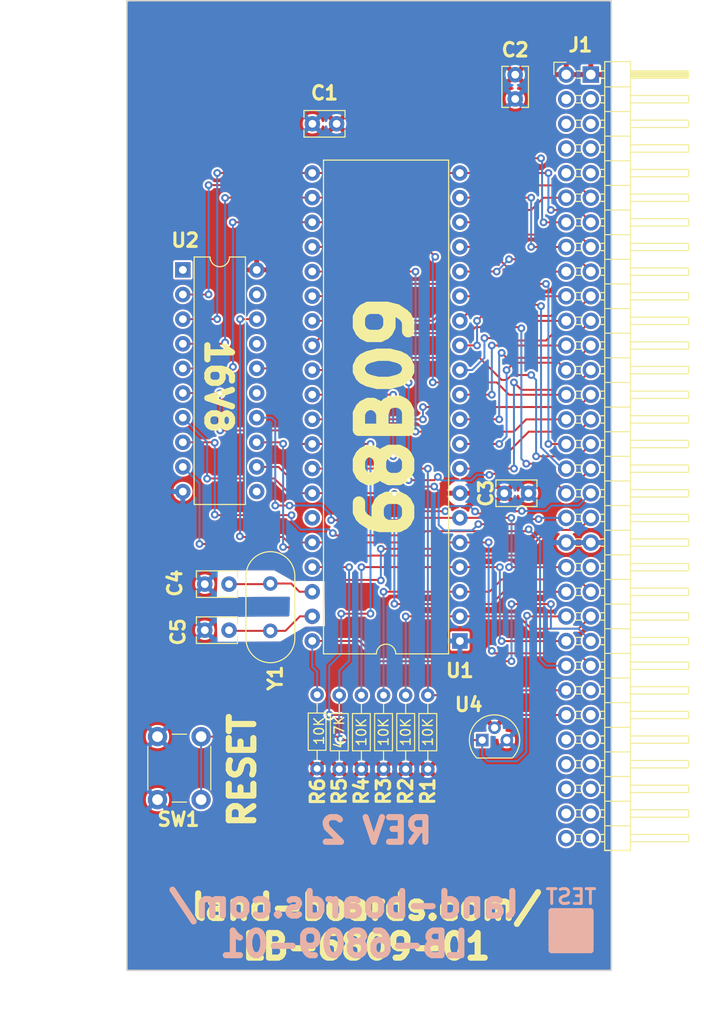
<source format=kicad_pcb>
(kicad_pcb (version 20240108) (generator "pcbnew") (generator_version "8.0")
  (title_block (title "LB-6809-01") (date "2024-08-19") (rev "2") (company "land-boards.com"))
  (layers (0 "F.Cu" signal) (31 "B.Cu" signal) (34 "B.Paste" user) (35 "F.Paste" user) (36 "B.SilkS" user "B.Silkscreen") (37 "F.SilkS" user "F.Silkscreen") (38 "B.Mask" user) (39 "F.Mask" user) (44 "Edge.Cuts" user))
  (net 0 "")
  (net 1 "GND")
  (net 2 "/CPUA11")
  (net 3 "/CPUA12")
  (net 4 "/CPUA13")
  (net 5 "/CPUA14")
  (net 6 "/CPUA15")
  (net 7 "/CPUD4")
  (net 8 "/CPUD3")
  (net 9 "/CPUD5")
  (net 10 "/CPUD6")
  (net 11 "/CPUA0")
  (net 12 "/CPUA1")
  (net 13 "/CPUD2")
  (net 14 "/CPUA2")
  (net 15 "/CPUD7")
  (net 16 "/CPUA3")
  (net 17 "/CPUD0")
  (net 18 "/CPUA4")
  (net 19 "/CPUD1")
  (net 20 "/CPUA5")
  (net 21 "/CPUA6")
  (net 22 "/CPUA7")
  (net 23 "/CPUA8")
  (net 24 "/CPUA9")
  (net 25 "/CPUA10")
  (net 26 "/CPUA18")
  (net 27 "/CPUA16")
  (net 28 "/CPUA17")
  (net 29 "/CPUCLK")
  (net 30 "/CPUA22")
  (net 31 "/CPUA23")
  (net 32 "/CPUA20")
  (net 33 "/CPUA21")
  (net 34 "/CPUA19")
  (net 35 "VCC")
  (net 36 "/~{IORQ}")
  (net 37 "/~{CPURESB}")
  (net 38 "/VPA")
  (net 39 "/~{IRQB}")
  (net 50 "/VPB")
  (net 51 "/~{NMIB}")
  (net 52 "/~{ABORT}")
  (net 53 "/VDA")
  (net 54 "/RDY")
  (net 55 "/CPUE")
  (net 56 "/RWB")
  (net 57 "/MLB")
  (net 58 "/~{MEMRD}")
  (net 59 "/~{RAMCS}")
  (net 60 "/~{IOCS}")
  (net 61 "/~{ROMCS}")
  (net 62 "/CPUMX")
  (net 67 "Net-(U1-EXTAL)")
  (net 68 "Net-(U1-XTAL)")
  (footprint "LandBoards_Conns:PinHeader_2x32_P2.54mm_Horizontal-FLIPPED" (layer "F.Cu") (at 177.35 54.615)
    (property "Reference" "J1")
    (property "Value" "Conn_02x32_Odd_Even")
  )
  (footprint "Package_DIP:DIP-40_W15.24mm" (layer "F.Cu") (at 166.375 113.025 180)
    (property "Reference" "U1")
    (property "Value" "MC68B09")
  )
  (footprint "Resistor_THT:R_Axial_DIN0204_L3.6mm_D1.6mm_P7.62mm_Horizontal" (layer "F.Cu") (at 153.924 126.238 90)
    (property "Reference" "R5")
    (property "Value" "4.7K")
  )
  (footprint "Resistor_THT:R_Axial_DIN0204_L3.6mm_D1.6mm_P7.62mm_Horizontal" (layer "F.Cu") (at 158.496 126.238 90)
    (property "Reference" "R3")
    (property "Value" "10K")
  )
  (footprint "Resistor_THT:R_Axial_DIN0204_L3.6mm_D1.6mm_P7.62mm_Horizontal" (layer "F.Cu") (at 163.068 126.238 90)
    (property "Reference" "R1")
    (property "Value" "10K")
  )
  (footprint "Resistor_THT:R_Axial_DIN0204_L3.6mm_D1.6mm_P7.62mm_Horizontal" (layer "F.Cu") (at 156.21 126.238 90)
    (property "Reference" "R4")
    (property "Value" "10K")
  )
  (footprint "Resistor_THT:R_Axial_DIN0204_L3.6mm_D1.6mm_P7.62mm_Horizontal" (layer "F.Cu") (at 151.638 126.1872 90)
    (property "Reference" "R6")
    (property "Value" "10K")
  )
  (footprint "Capacitor_THT:C_Rect_L4.0mm_W2.5mm_P2.50mm" (layer "F.Cu") (at 140.0448 107.1626)
    (property "Reference" "C4")
    (property "Value" "8pF")
  )
  (footprint "Crystal:Crystal_HC49-4H_Vertical" (layer "F.Cu") (at 146.812 107.1002 -90)
    (property "Reference" "Y1")
    (property "Value" "8MHz")
  )
  (footprint "Package_DIP:DIP-20_W7.62mm" (layer "F.Cu") (at 137.7796 74.7572)
    (property "Reference" "U2")
    (property "Value" "GAL16V8")
  )
  (footprint "Capacitor_THT:C_Rect_L4.0mm_W2.5mm_P2.50mm" (layer "F.Cu") (at 151.15 59.69)
    (property "Reference" "C1")
    (property "Value" "0.1uF")
  )
  (footprint "LandBoards_Marking:TEST_BLK-REAR" (layer "F.Cu") (at 177.8508 142.9004)
    (property "Reference" "TEST")
    (property "Value" "COUPON" (hide yes))
  )
  (footprint "Capacitor_THT:C_Rect_L4.0mm_W2.5mm_P2.50mm" (layer "F.Cu") (at 172.085 57.13 90)
    (property "Reference" "C2")
    (property "Value" "0.1uF")
  )
  (footprint "Button_Switch_THT:SW_PUSH_6mm_H8.5mm" (layer "F.Cu") (at 135.164 129.3864 90)
    (property "Reference" "SW1")
    (property "Value" "SW_Push")
  )
  (footprint "Package_TO_SOT_THT:TO-92" (layer "F.Cu") (at 168.6814 123.2452)
    (property "Reference" "U4")
    (property "Value" "DS1813-5")
  )
  (footprint "Resistor_THT:R_Axial_DIN0204_L3.6mm_D1.6mm_P7.62mm_Horizontal" (layer "F.Cu") (at 160.782 126.238 90)
    (property "Reference" "R2")
    (property "Value" "10K")
  )
  (footprint "Capacitor_THT:C_Rect_L4.0mm_W2.5mm_P2.50mm" (layer "F.Cu") (at 140.0448 111.9124)
    (property "Reference" "C5")
    (property "Value" "8pF")
  )
  (footprint "Capacitor_THT:C_Rect_L4.0mm_W2.5mm_P2.50mm" (layer "F.Cu") (at 173.462 97.79 180)
    (property "Reference" "C3")
    (property "Value" "0.1uF")
  )
  (gr_rect (start 132 47) (end 182 147) (stroke (width 0.15)) (fill none) (layer "Edge.Cuts"))
  (gr_text "land-boards.com/\nLB-6809-01" (at 154.432 142.24 0) (layer "B.SilkS") (effects (font (size 2.54 2.54) (thickness 0.635)) (justify mirror)))
  (gr_text "REV 2" (at 157.734 132.588 0) (layer "B.SilkS") (effects (font (size 2.54 2.54) (thickness 0.635)) (justify mirror)))
  (gr_text "RESET" (at 143.9164 126.365 90) (layer "F.SilkS") (effects (font (size 2.54 2.54) (thickness 0.635))))
  (gr_text "68B09" (at 158.75 89.916 90) (layer "F.SilkS") (effects (font (size 5.08 5.08) (thickness 1.27))))
  (gr_text "16V8" (at 141.4526 86.7664 270) (layer "F.SilkS") (effects (font (size 2.54 2.54) (thickness 0.635))))
  (gr_text "land-boards.com/\nLB-6809-01" (at 156.718 142.494 0) (layer "F.SilkS") (effects (font (size 2.54 2.54) (thickness 0.635))))
  (segment (start 173.741 72.395) (end 177.35 72.395) (width 0.2032) (layer "F.Cu") (net 2))
  (segment (start 166.375 67.305) (end 173.731 67.305) (width 0.2032) (layer "F.Cu") (net 2))
  (segment (start 173.736 72.39) (end 173.741 72.395) (width 0.2032) (layer "F.Cu") (net 2))
  (segment (start 173.731 67.305) (end 173.736 67.31) (width 0.2032) (layer "F.Cu") (net 2))
  (via (at 173.736 72.39) (size 0.8) (drill 0.4) (layers "F.Cu" "B.Cu") (net 2))
  (via (at 173.736 67.31) (size 0.8) (drill 0.4) (layers "F.Cu" "B.Cu") (net 2))
  (segment (start 173.736 67.31) (end 173.736 72.39) (width 0.2032) (layer "B.Cu") (net 2))
  (segment (start 154.8688 64.765) (end 153.6192 66.0146) (width 0.2032) (layer "F.Cu") (net 3))
  (segment (start 166.375 64.765) (end 154.8688 64.765) (width 0.2032) (layer "F.Cu") (net 3))
  (segment (start 137.7796 77.2972) (end 140.4316 77.2972) (width 0.2032) (layer "F.Cu") (net 3))
  (segment (start 178.615 68.58) (end 175.768 68.58) (width 0.2032) (layer "F.Cu") (net 3))
  (segment (start 175.514 64.77) (end 175.509 64.765) (width 0.2032) (layer "F.Cu") (net 3))
  (segment (start 140.4316 77.2972) (end 140.4366 77.2922) (width 0.2032) (layer "F.Cu") (net 3))
  (segment (start 140.4366 66.0146) (end 153.6192 66.0146) (width 0.2032) (layer "F.Cu") (net 3))
  (segment (start 179.89 69.855) (end 178.615 68.58) (width 0.2032) (layer "F.Cu") (net 3))
  (segment (start 175.509 64.765) (end 166.375 64.765) (width 0.2032) (layer "F.Cu") (net 3))
  (via (at 140.4366 66.0146) (size 0.8) (drill 0.4) (layers "F.Cu" "B.Cu") (net 3))
  (via (at 175.768 68.58) (size 0.8) (drill 0.4) (layers "F.Cu" "B.Cu") (net 3))
  (via (at 140.4366 77.2922) (size 0.8) (drill 0.4) (layers "F.Cu" "B.Cu") (net 3))
  (via (at 175.514 64.77) (size 0.8) (drill 0.4) (layers "F.Cu" "B.Cu") (net 3))
  (segment (start 175.514 68.326) (end 175.514 64.77) (width 0.2032) (layer "B.Cu") (net 3))
  (segment (start 140.4366 77.2922) (end 140.4366 66.0146) (width 0.2032) (layer "B.Cu") (net 3))
  (segment (start 175.768 68.58) (end 175.514 68.326) (width 0.2032) (layer "B.Cu") (net 3))
  (segment (start 137.7796 79.8372) (end 141.3206 79.8372) (width 0.2032) (layer "F.Cu") (net 4))
  (segment (start 141.3206 79.8372) (end 141.3256 79.8322) (width 0.2032) (layer "F.Cu") (net 4))
  (segment (start 155.194 63.246) (end 153.67 64.77) (width 0.2032) (layer "F.Cu") (net 4))
  (segment (start 177.35 69.855) (end 175.011 69.855) (width 0.2032) (layer "F.Cu") (net 4))
  (segment (start 174.752 63.246) (end 155.194 63.246) (width 0.2032) (layer "F.Cu") (net 4))
  (segment (start 151.135 64.765) (end 141.3256 64.765) (width 0.2032) (layer "F.Cu") (net 4))
  (segment (start 153.665 64.765) (end 151.135 64.765) (width 0.2032) (layer "F.Cu") (net 4))
  (segment (start 153.67 64.77) (end 153.665 64.765) (width 0.2032) (layer "F.Cu") (net 4))
  (via (at 141.3256 64.765) (size 0.8) (drill 0.4) (layers "F.Cu" "B.Cu") (net 4))
  (via (at 175.011 69.855) (size 0.8) (drill 0.4) (layers "F.Cu" "B.Cu") (net 4))
  (via (at 174.752 63.246) (size 0.8) (drill 0.4) (layers "F.Cu" "B.Cu") (net 4))
  (via (at 141.3256 79.8322) (size 0.8) (drill 0.4) (layers "F.Cu" "B.Cu") (net 4))
  (segment (start 174.860489 69.704489) (end 174.860489 63.354489) (width 0.2032) (layer "B.Cu") (net 4))
  (segment (start 174.860489 63.354489) (end 174.752 63.246) (width 0.2032) (layer "B.Cu") (net 4))
  (segment (start 141.3256 79.8322) (end 141.3256 64.765) (width 0.2032) (layer "B.Cu") (net 4))
  (segment (start 175.011 69.855) (end 174.860489 69.704489) (width 0.2032) (layer "B.Cu") (net 4))
  (segment (start 142.1688 67.305) (end 151.135 67.305) (width 0.2032) (layer "F.Cu") (net 5))
  (segment (start 154.94 66.04) (end 153.67 67.31) (width 0.2032) (layer "F.Cu") (net 5))
  (segment (start 178.615 66.04) (end 154.94 66.04) (width 0.2032) (layer "F.Cu") (net 5))
  (segment (start 137.7796 82.3772) (end 142.0064 82.3772) (width 0.2032) (layer "F.Cu") (net 5))
  (segment (start 142.0064 82.3772) (end 142.1384 82.2452) (width 0.2032) (layer "F.Cu") (net 5))
  (segment (start 142.1384 67.3354) (end 142.1688 67.305) (width 0.2032) (layer "F.Cu") (net 5))
  (segment (start 179.89 67.315) (end 178.615 66.04) (width 0.2032) (layer "F.Cu") (net 5))
  (segment (start 153.67 67.31) (end 153.665 67.305) (width 0.2032) (layer "F.Cu") (net 5))
  (segment (start 153.665 67.305) (end 151.135 67.305) (width 0.2032) (layer "F.Cu") (net 5))
  (via (at 142.1384 67.3354) (size 0.8) (drill 0.4) (layers "F.Cu" "B.Cu") (net 5))
  (via (at 142.1384 82.2452) (size 0.8) (drill 0.4) (layers "F.Cu" "B.Cu") (net 5))
  (segment (start 142.1384 82.2452) (end 142.1384 67.3354) (width 0.2032) (layer "B.Cu") (net 5))
  (segment (start 177.35 67.315) (end 175.001 67.315) (width 0.2032) (layer "F.Cu") (net 6))
  (segment (start 142.7938 84.9172) (end 142.9512 84.7598) (width 0.2032) (layer "F.Cu") (net 6))
  (segment (start 155.194 68.58) (end 153.924 69.85) (width 0.2032) (layer "F.Cu") (net 6))
  (segment (start 137.7796 84.9172) (end 142.7938 84.9172) (width 0.2032) (layer "F.Cu") (net 6))
  (segment (start 155.194 68.58) (end 173.736 68.58) (width 0.2032) (layer "F.Cu") (net 6))
  (segment (start 153.924 69.85) (end 153.919 69.845) (width 0.2032) (layer "F.Cu") (net 6))
  (segment (start 173.736 68.58) (end 175.001 67.315) (width 0.2032) (layer "F.Cu") (net 6))
  (segment (start 142.9258 69.85) (end 142.9308 69.845) (width 0.2032) (layer "F.Cu") (net 6))
  (segment (start 142.9308 69.845) (end 151.135 69.845) (width 0.2032) (layer "F.Cu") (net 6))
  (segment (start 153.919 69.845) (end 151.135 69.845) (width 0.2032) (layer "F.Cu") (net 6))
  (via (at 142.9258 69.85) (size 0.8) (drill 0.4) (layers "F.Cu" "B.Cu") (net 6))
  (via (at 142.9512 84.7598) (size 0.8) (drill 0.4) (layers "F.Cu" "B.Cu") (net 6))
  (segment (start 142.9512 69.8754) (end 142.9258 69.85) (width 0.2032) (layer "B.Cu") (net 6))
  (segment (start 142.9512 84.7598) (end 142.9512 69.8754) (width 0.2032) (layer "B.Cu") (net 6))
  (segment (start 173.487784 77.983784) (end 173.736 78.232) (width 0.2032) (layer "F.Cu") (net 7))
  (segment (start 164.846 78.74) (end 167.137784 78.74) (width 0.2032) (layer "F.Cu") (net 7))
  (segment (start 163.581 80.005) (end 164.846 78.74) (width 0.2032) (layer "F.Cu") (net 7))
  (segment (start 167.515892 78.361892) (end 167.894 77.983784) (width 0.2032) (layer "F.Cu") (net 7))
  (segment (start 167.515892 78.361892) (end 174.627892 78.361892) (width 0.2032) (layer "F.Cu") (net 7))
  (segment (start 151.135 80.005) (end 163.581 80.005) (width 0.2032) (layer "F.Cu") (net 7))
  (segment (start 167.894 77.983784) (end 173.487784 77.983784) (width 0.2032) (layer "F.Cu") (net 7))
  (segment (start 174.627892 78.361892) (end 174.752 78.486) (width 0.2032) (layer "F.Cu") (net 7))
  (segment (start 167.137784 78.74) (end 167.515892 78.361892) (width 0.2032) (layer "F.Cu") (net 7))
  (via (at 174.752 78.486) (size 0.8) (drill 0.4) (layers "F.Cu" "B.Cu") (net 7))
  (segment (start 174.752 93.055795) (end 176.951205 95.255) (width 0.2032) (layer "B.Cu") (net 7))
  (segment (start 174.752 78.486) (end 174.752 93.055795) (width 0.2032) (layer "B.Cu") (net 7))
  (segment (start 172.611511 80.663511) (end 168.002489 80.663511) (width 0.2032) (layer "F.Cu") (net 8))
  (segment (start 177.053708 96.52) (end 175.275708 94.742) (width 0.2032) (layer "F.Cu") (net 8))
  (segment (start 172.72 80.772) (end 172.611511 80.663511) (width 0.2032) (layer "F.Cu") (net 8))
  (segment (start 167.386 81.28) (end 152.4 81.28) (width 0.2032) (layer "F.Cu") (net 8))
  (segment (start 175.275708 94.742) (end 173.228 94.742) (width 0.2032) (layer "F.Cu") (net 8))
  (segment (start 168.002489 80.663511) (end 167.386 81.28) (width 0.2032) (layer "F.Cu") (net 8))
  (segment (start 152.4 81.28) (end 151.135 82.545) (width 0.2032) (layer "F.Cu") (net 8))
  (segment (start 178.625 96.52) (end 177.053708 96.52) (width 0.2032) (layer "F.Cu") (net 8))
  (segment (start 179.89 95.255) (end 178.625 96.52) (width 0.2032) (layer "F.Cu") (net 8))
  (via (at 173.228 94.742) (size 0.8) (drill 0.4) (layers "F.Cu" "B.Cu") (net 8))
  (via (at 172.72 80.772) (size 0.8) (drill 0.4) (layers "F.Cu" "B.Cu") (net 8))
  (segment (start 172.72 94.234) (end 172.72 80.772) (width 0.2032) (layer "B.Cu") (net 8))
  (segment (start 173.228 94.742) (end 172.72 94.234) (width 0.2032) (layer "B.Cu") (net 8))
  (segment (start 175.519 92.715) (end 175.514 92.71) (width 0.2032) (layer "F.Cu") (net 9))
  (segment (start 155.448 76.2) (end 175.26 76.2) (width 0.2032) (layer "F.Cu") (net 9))
  (segment (start 177.35 92.715) (end 175.519 92.715) (width 0.2032) (layer "F.Cu") (net 9))
  (segment (start 154.183 77.465) (end 155.448 76.2) (width 0.2032) (layer "F.Cu") (net 9))
  (segment (start 151.135 77.465) (end 154.183 77.465) (width 0.2032) (layer "F.Cu") (net 9))
  (via (at 175.26 76.2) (size 0.8) (drill 0.4) (layers "F.Cu" "B.Cu") (net 9))
  (via (at 175.514 92.71) (size 0.8) (drill 0.4) (layers "F.Cu" "B.Cu") (net 9))
  (segment (start 175.514 92.71) (end 175.514 76.454) (width 0.2032) (layer "B.Cu") (net 9))
  (segment (start 175.514 76.454) (end 175.26 76.2) (width 0.2032) (layer "B.Cu") (net 9))
  (segment (start 171.958 91.44) (end 161.798 91.44) (width 0.2032) (layer "F.Cu") (net 10))
  (segment (start 177.35 90.175) (end 173.223 90.175) (width 0.2032) (layer "F.Cu") (net 10))
  (segment (start 161.793 74.925) (end 151.135 74.925) (width 0.2032) (layer "F.Cu") (net 10))
  (segment (start 161.798 74.93) (end 161.793 74.925) (width 0.2032) (layer "F.Cu") (net 10))
  (segment (start 171.958 91.44) (end 173.223 90.175) (width 0.2032) (layer "F.Cu") (net 10))
  (via (at 161.798 74.93) (size 0.8) (drill 0.4) (layers "F.Cu" "B.Cu") (net 10))
  (via (at 161.798 91.44) (size 0.8) (drill 0.4) (layers "F.Cu" "B.Cu") (net 10))
  (segment (start 161.798 91.44) (end 161.798 74.93) (width 0.2032) (layer "B.Cu") (net 10))
  (segment (start 171.953 95.245) (end 166.375 95.245) (width 0.2032) (layer "F.Cu") (net 11))
  (segment (start 178.625 86.36) (end 179.89 85.095) (width 0.2032) (layer "F.Cu") (net 11))
  (segment (start 171.958 86.36) (end 172.72 87.122) (width 0.2032) (layer "F.Cu") (net 11))
  (segment (start 176.022 87.122) (end 176.784 86.36) (width 0.2032) (layer "F.Cu") (net 11))
  (segment (start 172.72 87.122) (end 176.022 87.122) (width 0.2032) (layer "F.Cu") (net 11))
  (segment (start 171.958 95.25) (end 171.953 95.245) (width 0.2032) (layer "F.Cu") (net 11))
  (segment (start 176.784 86.36) (end 178.625 86.36) (width 0.2032) (layer "F.Cu") (net 11))
  (via (at 171.958 95.25) (size 0.8) (drill 0.4) (layers "F.Cu" "B.Cu") (net 11))
  (via (at 171.958 86.36) (size 0.8) (drill 0.4) (layers "F.Cu" "B.Cu") (net 11))
  (segment (start 171.958 86.36) (end 171.958 95.25) (width 0.2032) (layer "B.Cu") (net 11))
  (segment (start 171.196 85.09) (end 171.958 84.328) (width 0.2032) (layer "F.Cu") (net 12))
  (segment (start 171.958 84.328) (end 176.583 84.328) (width 0.2032) (layer "F.Cu") (net 12))
  (segment (start 170.434 92.71) (end 170.429 92.705) (width 0.2032) (layer "F.Cu") (net 12))
  (segment (start 176.583 84.328) (end 177.35 85.095) (width 0.2032) (layer "F.Cu") (net 12))
  (segment (start 170.429 92.705) (end 166.375 92.705) (width 0.2032) (layer "F.Cu") (net 12))
  (via (at 171.196 85.09) (size 0.8) (drill 0.4) (layers "F.Cu" "B.Cu") (net 12))
  (via (at 170.434 92.71) (size 0.8) (drill 0.4) (layers "F.Cu" "B.Cu") (net 12))
  (segment (start 171.196 91.948) (end 170.434 92.71) (width 0.2032) (layer "B.Cu") (net 12))
  (segment (start 171.196 85.09) (end 171.196 91.948) (width 0.2032) (layer "B.Cu") (net 12))
  (segment (start 178.625 93.98) (end 179.89 92.715) (width 0.2032) (layer "F.Cu") (net 13))
  (segment (start 173.736 85.598) (end 171.704 85.598) (width 0.2032) (layer "F.Cu") (net 13))
  (segment (start 168.418694 83.836694) (end 155.431306 83.836694) (width 0.2032) (layer "F.Cu") (net 13))
  (segment (start 170.688 86.106) (end 168.418694 83.836694) (width 0.2032) (layer "F.Cu") (net 13))
  (segment (start 154.183 85.085) (end 155.431306 83.836694) (width 0.2032) (layer "F.Cu") (net 13))
  (segment (start 171.704 85.598) (end 171.196 86.106) (width 0.2032) (layer "F.Cu") (net 13))
  (segment (start 174.244 93.98) (end 178.625 93.98) (width 0.2032) (layer "F.Cu") (net 13))
  (segment (start 171.196 86.106) (end 170.688 86.106) (width 0.2032) (layer "F.Cu") (net 13))
  (segment (start 151.135 85.085) (end 154.183 85.085) (width 0.2032) (layer "F.Cu") (net 13))
  (via (at 173.736 85.598) (size 0.8) (drill 0.4) (layers "F.Cu" "B.Cu") (net 13))
  (via (at 174.244 93.98) (size 0.8) (drill 0.4) (layers "F.Cu" "B.Cu") (net 13))
  (segment (start 174.244 86.106) (end 173.736 85.598) (width 0.2032) (layer "B.Cu") (net 13))
  (segment (start 174.244 93.98) (end 174.244 86.106) (width 0.2032) (layer "B.Cu") (net 13))
  (segment (start 179.89 82.555) (end 178.625 83.82) (width 0.2032) (layer "F.Cu") (net 14))
  (segment (start 170.429 90.165) (end 170.434 90.17) (width 0.2032) (layer "F.Cu") (net 14))
  (segment (start 178.625 83.82) (end 171.196 83.82) (width 0.2032) (layer "F.Cu") (net 14))
  (segment (start 171.196 83.82) (end 170.688 83.312) (width 0.2032) (layer "F.Cu") (net 14))
  (segment (start 166.375 90.165) (end 170.429 90.165) (width 0.2032) (layer "F.Cu") (net 14))
  (via (at 170.688 83.312) (size 0.8) (drill 0.4) (layers "F.Cu" "B.Cu") (net 14))
  (via (at 170.434 90.17) (size 0.8) (drill 0.4) (layers "F.Cu" "B.Cu") (net 14))
  (segment (start 170.434 90.17) (end 170.434 83.566) (width 0.2032) (layer "B.Cu") (net 14))
  (segment (start 170.434 83.566) (end 170.688 83.312) (width 0.2032) (layer "B.Cu") (net 14))
  (segment (start 163.83 73.406) (end 162.809 72.385) (width 0.2032) (layer "F.Cu") (net 15))
  (segment (start 170.18 86.36) (end 163.576 86.36) (width 0.2032) (layer "F.Cu") (net 15))
  (segment (start 177.35 87.635) (end 171.455 87.635) (width 0.2032) (layer "F.Cu") (net 15))
  (segment (start 171.455 87.635) (end 170.18 86.36) (width 0.2032) (layer "F.Cu") (net 15))
  (segment (start 162.809 72.385) (end 151.135 72.385) (width 0.2032) (layer "F.Cu") (net 15))
  (via (at 163.576 86.36) (size 0.8) (drill 0.4) (layers "F.Cu" "B.Cu") (net 15))
  (via (at 163.83 73.406) (size 0.8) (drill 0.4) (layers "F.Cu" "B.Cu") (net 15))
  (segment (start 163.576 73.66) (end 163.83 73.406) (width 0.2032) (layer "B.Cu") (net 15))
  (segment (start 163.576 86.36) (end 163.576 73.66) (width 0.2032) (layer "B.Cu") (net 15))
  (segment (start 169.672 82.55) (end 169.677 82.555) (width 0.2032) (layer "F.Cu") (net 16))
  (segment (start 169.667 87.625) (end 169.672 87.63) (width 0.2032) (layer "F.Cu") (net 16))
  (segment (start 169.677 82.555) (end 177.35 82.555) (width 0.2032) (layer "F.Cu") (net 16))
  (segment (start 166.375 87.625) (end 169.667 87.625) (width 0.2032) (layer "F.Cu") (net 16))
  (via (at 169.672 82.55) (size 0.8) (drill 0.4) (layers "F.Cu" "B.Cu") (net 16))
  (via (at 169.672 87.63) (size 0.8) (drill 0.4) (layers "F.Cu" "B.Cu") (net 16))
  (segment (start 169.672 87.63) (end 169.672 82.55) (width 0.2032) (layer "B.Cu") (net 16))
  (segment (start 162.814 88.9) (end 162.56 88.9) (width 0.2032) (layer "F.Cu") (net 17))
  (segment (start 162.56 90.17) (end 162.555 90.165) (width 0.2032) (layer "F.Cu") (net 17))
  (segment (start 179.89 87.635) (end 178.625 88.9) (width 0.2032) (layer "F.Cu") (net 17))
  (segment (start 162.555 90.165) (end 151.135 90.165) (width 0.2032) (layer "F.Cu") (net 17))
  (segment (start 178.625 88.9) (end 162.814 88.9) (width 0.2032) (layer "F.Cu") (net 17))
  (via (at 162.56 88.9) (size 0.8) (drill 0.4) (layers "F.Cu" "B.Cu") (net 17))
  (via (at 162.56 90.17) (size 0.8) (drill 0.4) (layers "F.Cu" "B.Cu") (net 17))
  (segment (start 162.56 88.9) (end 162.56 89.916) (width 0.2032) (layer "B.Cu") (net 17))
  (segment (start 162.56 89.916) (end 162.56 90.17) (width 0.2032) (layer "B.Cu") (net 17))
  (segment (start 170.434 82.042) (end 170.18 81.788) (width 0.2032) (layer "F.Cu") (net 18))
  (segment (start 170.434 82.042) (end 175.26 82.042) (width 0.2032) (layer "F.Cu") (net 18))
  (segment (start 178.625 81.28) (end 179.89 80.015) (width 0.2032) (layer "F.Cu") (net 18))
  (segment (start 175.26 82.042) (end 176.022 81.28) (width 0.2032) (layer "F.Cu") (net 18))
  (segment (start 170.18 81.788) (end 168.91 81.788) (width 0.2032) (layer "F.Cu") (net 18))
  (segment (start 176.022 81.28) (end 178.625 81.28) (width 0.2032) (layer "F.Cu") (net 18))
  (via (at 168.91 81.788) (size 0.8) (drill 0.4) (layers "F.Cu" "B.Cu") (net 18))
  (segment (start 168.91 83.82) (end 168.91 81.788) (width 0.2032) (layer "B.Cu") (net 18))
  (segment (start 167.645 85.085) (end 166.375 85.085) (width 0.2032) (layer "B.Cu") (net 18))
  (segment (start 168.91 83.82) (end 167.645 85.085) (width 0.2032) (layer "B.Cu") (net 18))
  (segment (start 159.4866 93.98) (end 170.942 93.98) (width 0.2032) (layer "F.Cu") (net 19))
  (segment (start 170.942 93.98) (end 173.482 91.44) (width 0.2032) (layer "F.Cu") (net 19))
  (segment (start 151.135 87.625) (end 159.4816 87.625) (width 0.2032) (layer "F.Cu") (net 19))
  (segment (start 159.4816 87.625) (end 159.4866 87.63) (width 0.2032) (layer "F.Cu") (net 19))
  (segment (start 178.625 91.44) (end 179.89 90.175) (width 0.2032) (layer "F.Cu") (net 19))
  (segment (start 173.482 91.44) (end 178.625 91.44) (width 0.2032) (layer "F.Cu") (net 19))
  (via (at 159.4866 93.98) (size 0.8) (drill 0.4) (layers "F.Cu" "B.Cu") (net 19))
  (via (at 159.4866 87.63) (size 0.8) (drill 0.4) (layers "F.Cu" "B.Cu") (net 19))
  (segment (start 159.4866 87.63) (end 159.4866 93.98) (width 0.2032) (layer "B.Cu") (net 19))
  (segment (start 168.143 82.545) (end 168.148 82.55) (width 0.2032) (layer "F.Cu") (net 20))
  (segment (start 166.375 82.545) (end 168.143 82.545) (width 0.2032) (layer "F.Cu") (net 20))
  (segment (start 173.482 79.502) (end 168.656 79.502) (width 0.2032) (layer "F.Cu") (net 20))
  (segment (start 173.995 80.015) (end 173.482 79.502) (width 0.2032) (layer "F.Cu") (net 20))
  (segment (start 168.656 79.502) (end 168.148 80.01) (width 0.2032) (layer "F.Cu") (net 20))
  (segment (start 173.995 80.015) (end 177.35 80.015) (width 0.2032) (layer "F.Cu") (net 20))
  (via (at 168.148 82.55) (size 0.8) (drill 0.4) (layers "F.Cu" "B.Cu") (net 20))
  (via (at 168.148 80.01) (size 0.8) (drill 0.4) (layers "F.Cu" "B.Cu") (net 20))
  (segment (start 168.148 82.55) (end 168.148 80.01) (width 0.2032) (layer "B.Cu") (net 20))
  (segment (start 174.498 79.502) (end 175.768 79.502) (width 0.2032) (layer "F.Cu") (net 21))
  (segment (start 178.625 78.74) (end 179.89 77.475) (width 0.2032) (layer "F.Cu") (net 21))
  (segment (start 167.386 78.994) (end 173.99 78.994) (width 0.2032) (layer "F.Cu") (net 21))
  (segment (start 176.53 78.74) (end 178.625 78.74) (width 0.2032) (layer "F.Cu") (net 21))
  (segment (start 175.768 79.502) (end 176.53 78.74) (width 0.2032) (layer "F.Cu") (net 21))
  (segment (start 173.99 78.994) (end 174.498 79.502) (width 0.2032) (layer "F.Cu") (net 21))
  (segment (start 166.375 80.005) (end 167.386 78.994) (width 0.2032) (layer "F.Cu") (net 21))
  (segment (start 177.35 77.475) (end 166.385 77.475) (width 0.2032) (layer "F.Cu") (net 22))
  (segment (start 170.175 74.925) (end 166.375 74.925) (width 0.2032) (layer "F.Cu") (net 23))
  (segment (start 179.89 74.935) (end 178.615 73.66) (width 0.2032) (layer "F.Cu") (net 23))
  (segment (start 178.615 73.66) (end 171.45 73.66) (width 0.2032) (layer "F.Cu") (net 23))
  (segment (start 170.18 74.93) (end 170.175 74.925) (width 0.2032) (layer "F.Cu") (net 23))
  (via (at 171.45 73.66) (size 0.8) (drill 0.4) (layers "F.Cu" "B.Cu") (net 23))
  (via (at 170.18 74.93) (size 0.8) (drill 0.4) (layers "F.Cu" "B.Cu") (net 23))
  (segment (start 171.45 73.66) (end 170.18 74.93) (width 0.2032) (layer "B.Cu") (net 23))
  (segment (start 169.159 72.385) (end 166.375 72.385) (width 0.2032) (layer "F.Cu") (net 24))
  (segment (start 171.709 74.935) (end 169.159 72.385) (width 0.2032) (layer "F.Cu") (net 24))
  (segment (start 177.35 74.935) (end 171.709 74.935) (width 0.2032) (layer "F.Cu") (net 24))
  (segment (start 168.905 69.845) (end 166.375 69.845) (width 0.2032) (layer "F.Cu") (net 25))
  (segment (start 178.615 71.12) (end 170.18 71.12) (width 0.2032) (layer "F.Cu") (net 25))
  (segment (start 170.18 71.12) (end 168.905 69.845) (width 0.2032) (layer "F.Cu") (net 25))
  (segment (start 179.89 72.395) (end 178.615 71.12) (width 0.2032) (layer "F.Cu") (net 25))
  (segment (start 153.8236 122.8864) (end 139.664 122.8864) (width 0.2032) (layer "F.Cu") (net 37))
  (segment (start 154.935 105.405) (end 154.94 105.41) (width 0.2032) (layer "F.Cu") (net 37))
  (segment (start 154.051 123.1138) (end 153.8236 122.8864) (width 0.2032) (layer "F.Cu") (net 37))
  (segment (start 177.35 110.495) (end 173.39519 110.495) (width 0.2032) (layer "F.Cu") (net 37))
  (segment (start 168.6814 123.2452) (end 154.1824 123.2452) (width 0.2032) (layer "F.Cu") (net 37))
  (segment (start 173.39519 110.495) (end 173.309095 110.408905) (width 0.2032) (layer "F.Cu") (net 37))
  (segment (start 154.1824 123.2452) (end 154.051 123.1138) (width 0.2032) (layer "F.Cu") (net 37))
  (segment (start 151.135 105.405) (end 154.935 105.405) (width 0.2032) (layer "F.Cu") (net 37))
  (via (at 154.051 123.1138) (size 0.8) (drill 0.4) (layers "F.Cu" "B.Cu") (net 37))
  (via (at 173.309095 110.408905) (size 0.8) (drill 0.4) (layers "F.Cu" "B.Cu") (net 37))
  (via (at 154.94 105.41) (size 0.8) (drill 0.4) (layers "F.Cu" "B.Cu") (net 37))
  (segment (start 172.2882 125.4252) (end 173.228 124.4854) (width 0.2032) (layer "B.Cu") (net 37))
  (segment (start 154.051 123.1138) (end 153.924 122.9868) (width 0.2032) (layer "B.Cu") (net 37))
  (segment (start 169.2402 125.4252) (end 172.2882 125.4252) (width 0.2032) (layer "B.Cu") (net 37))
  (segment (start 154.94 105.41) (end 154.94 115.062) (width 0.2032) (layer "B.Cu") (net 37))
  (segment (start 139.664 122.8864) (end 139.664 129.3864) (width 0.2032) (layer "B.Cu") (net 37))
  (segment (start 173.228 110.49) (end 173.309095 110.408905) (width 0.2032) (layer "B.Cu") (net 37))
  (segment (start 153.924 118.618) (end 153.924 116.078) (width 0.2032) (layer "B.Cu") (net 37))
  (segment (start 153.924 122.9868) (end 153.924 118.618) (width 0.2032) (layer "B.Cu") (net 37))
  (segment (start 168.6814 124.8664) (end 169.2402 125.4252) (width 0.2032) (layer "B.Cu") (net 37))
  (segment (start 168.6814 123.2452) (end 168.6814 124.8664) (width 0.2032) (layer "B.Cu") (net 37))
  (segment (start 153.924 116.078) (end 154.94 115.062) (width 0.2032) (layer "B.Cu") (net 37))
  (segment (start 173.228 124.4854) (end 173.228 110.49) (width 0.2032) (layer "B.Cu") (net 37))
  (segment (start 177.35 105.415) (end 171.455 105.415) (width 0.2032) (layer "F.Cu") (net 38))
  (segment (start 171.6786 100.33) (end 171.6736 100.325) (width 0.2032) (layer "F.Cu") (net 38))
  (segment (start 148.9964 100.0506) (end 141.1224 100.0506) (width 0.2032) (layer "F.Cu") (net 38))
  (segment (start 160.5534 102.1334) (end 153.4922 102.1334) (width 0.2032) (layer "F.Cu") (net 38))
  (segment (start 141.1224 100.0506) (end 141.0716 99.9998) (width 0.2032) (layer "F.Cu") (net 38))
  (segment (start 141.0716 92.583) (end 141.0258 92.5372) (width 0.2032) (layer "F.Cu") (net 38))
  (segment (start 162.3618 100.325) (end 160.5534 102.1334) (width 0.2032) (layer "F.Cu") (net 38))
  (segment (start 171.6736 100.325) (end 166.375 100.325) (width 0.2032) (layer "F.Cu") (net 38))
  (segment (start 141.0258 92.5372) (end 137.7796 92.5372) (width 0.2032) (layer "F.Cu") (net 38))
  (segment (start 171.455 105.415) (end 171.45 105.41) (width 0.2032) (layer "F.Cu") (net 38))
  (segment (start 153.4922 102.1334) (end 153.2636 101.9048) (width 0.2032) (layer "F.Cu") (net 38))
  (segment (start 166.375 100.325) (end 162.3618 100.325) (width 0.2032) (layer "F.Cu") (net 38))
  (via (at 141.0716 92.583) (size 0.8) (drill 0.4) (layers "F.Cu" "B.Cu") (net 38))
  (via (at 171.6786 100.33) (size 0.8) (drill 0.4) (layers "F.Cu" "B.Cu") (net 38))
  (via (at 148.9964 100.0506) (size 0.8) (drill 0.4) (layers "F.Cu" "B.Cu") (net 38))
  (via (at 171.45 105.41) (size 0.8) (drill 0.4) (layers "F.Cu" "B.Cu") (net 38))
  (via (at 153.2636 101.9048) (size 0.8) (drill 0.4) (layers "F.Cu" "B.Cu") (net 38))
  (via (at 141.0716 99.9998) (size 0.8) (drill 0.4) (layers "F.Cu" "B.Cu") (net 38))
  (segment (start 148.9964 100.0506) (end 148.9964 100.584) (width 0.2032) (layer "B.Cu") (net 38))
  (segment (start 141.0716 99.9998) (end 141.0716 92.583) (width 0.2032) (layer "B.Cu") (net 38))
  (segment (start 171.704 105.156) (end 171.704 100.3554) (width 0.2032) (layer "B.Cu") (net 38))
  (segment (start 153.2636 101.9048) (end 152.8826 101.5238) (width 0.2032) (layer "B.Cu") (net 38))
  (segment (start 171.704 100.3554) (end 171.6786 100.33) (width 0.2032) (layer "B.Cu") (net 38))
  (segment (start 148.9964 100.584) (end 149.9362 101.5238) (width 0.2032) (layer "B.Cu") (net 38))
  (segment (start 171.45 105.41) (end 171.704 105.156) (width 0.2032) (layer "B.Cu") (net 38))
  (segment (start 149.9362 101.5238) (end 152.8826 101.5238) (width 0.2032) (layer "B.Cu") (net 38))
  (segment (start 178.615 106.68) (end 170.688 106.68) (width 0.2032) (layer "F.Cu") (net 39))
  (segment (start 158.496 107.95) (end 158.501 107.945) (width 0.2032) (layer "F.Cu") (net 39))
  (segment (start 179.89 107.955) (end 178.615 106.68) (width 0.2032) (layer "F.Cu") (net 39))
  (segment (start 169.413 107.945) (end 166.375 107.945) (width 0.2032) (layer "F.Cu") (net 39))
  (segment (start 158.501 107.945) (end 166.375 107.945) (width 0.2032) (layer "F.Cu") (net 39))
  (segment (start 170.688 106.68) (end 169.418 107.95) (width 0.2032) (layer "F.Cu") (net 39))
  (segment (start 169.418 107.95) (end 169.413 107.945) (width 0.2032) (layer "F.Cu") (net 39))
  (via (at 158.496 107.95) (size 0.8) (drill 0.4) (layers "F.Cu" "B.Cu") (net 39))
  (segment (start 158.496 118.618) (end 158.496 107.95) (width 0.2032) (layer "B.Cu") (net 39))
  (segment (start 159.639 109.22) (end 159.6136 109.1946) (width 0.2032) (layer "F.Cu") (net 50))
  (segment (start 159.639 109.22) (end 169.6262 109.22) (width 0.2032) (layer "F.Cu") (net 50))
  (segment (start 140.3096 96.266) (end 140.2842 96.2914) (width 0.2032) (layer "F.Cu") (net 50))
  (segment (start 169.6262 109.22) (end 170.8912 107.955) (width 0.2032) (layer "F.Cu") (net 50))
  (segment (start 140.3096 96.266) (end 147.2184 96.266) (width 0.2032) (layer "F.Cu") (net 50))
  (segment (start 159.535502 97.785) (end 159.607303 97.856801) (width 0.2032) (layer "F.Cu") (net 50))
  (segment (start 177.35 107.955) (end 170.8912 107.955) (width 0.2032) (layer "F.Cu") (net 50))
  (segment (start 151.135 97.785) (end 159.535502 97.785) (width 0.2032) (layer "F.Cu") (net 50))
  (segment (start 148.7374 97.785) (end 151.135 97.785) (width 0.2032) (layer "F.Cu") (net 50))
  (segment (start 147.2184 96.266) (end 148.7374 97.785) (width 0.2032) (layer "F.Cu") (net 50))
  (via (at 159.607303 97.856801) (size 0.8) (drill 0.4) (layers "F.Cu" "B.Cu") (net 50))
  (via (at 159.6136 109.1946) (size 0.8) (drill 0.4) (layers "F.Cu" "B.Cu") (net 50))
  (via (at 140.2842 96.2914) (size 0.8) (drill 0.4) (layers "F.Cu" "B.Cu") (net 50))
  (segment (start 140.2842 92.5018) (end 137.7796 89.9972) (width 0.2032) (layer "B.Cu") (net 50))
  (segment (start 159.6136 109.1946) (end 159.6136 97.863098) (width 0.2032) (layer "B.Cu") (net 50))
  (segment (start 159.6136 97.863098) (end 159.607303 97.856801) (width 0.2032) (layer "B.Cu") (net 50))
  (segment (start 140.2842 96.2914) (end 140.2842 92.5018) (width 0.2032) (layer "B.Cu") (net 50))
  (segment (start 178.625 111.76) (end 179.89 110.495) (width 0.2032) (layer "F.Cu") (net 51))
  (segment (start 160.787 110.485) (end 160.782 110.49) (width 0.2032) (layer "F.Cu") (net 51))
  (segment (start 172.461 110.485) (end 173.736 111.76) (width 0.2032) (layer "F.Cu") (net 51))
  (segment (start 173.736 111.76) (end 178.625 111.76) (width 0.2032) (layer "F.Cu") (net 51))
  (segment (start 166.375 110.485) (end 160.787 110.485) (width 0.2032) (layer "F.Cu") (net 51))
  (segment (start 166.375 110.485) (end 172.461 110.485) (width 0.2032) (layer "F.Cu") (net 51))
  (via (at 160.782 110.49) (size 0.8) (drill 0.4) (layers "F.Cu" "B.Cu") (net 51))
  (segment (start 160.782 118.618) (end 160.782 110.49) (width 0.2032) (layer "B.Cu") (net 51))
  (segment (start 158.0896 115.1128) (end 171.704 115.1128) (width 0.2032) (layer "F.Cu") (net 52))
  (segment (start 156.0018 113.025) (end 158.0896 115.1128) (width 0.2032) (layer "F.Cu") (net 52))
  (segment (start 175.768 109.22) (end 171.704 109.22) (width 0.2032) (layer "F.Cu") (net 52))
  (segment (start 151.135 113.025) (end 156.0018 113.025) (width 0.2032) (layer "F.Cu") (net 52))
  (via (at 171.704 109.22) (size 0.8) (drill 0.4) (layers "F.Cu" "B.Cu") (net 52))
  (via (at 171.704 115.1128) (size 0.8) (drill 0.4) (layers "F.Cu" "B.Cu") (net 52))
  (via (at 175.768 109.22) (size 0.8) (drill 0.4) (layers "F.Cu" "B.Cu") (net 52))
  (segment (start 179.89 113.035) (end 178.615 111.76) (width 0.2032) (layer "B.Cu") (net 52))
  (segment (start 175.768 111.76) (end 178.615 111.76) (width 0.2032) (layer "B.Cu") (net 52))
  (segment (start 151.638 118.5672) (end 151.638 116.1796) (width 0.2032) (layer "B.Cu") (net 52))
  (segment (start 151.135 115.6766) (end 151.135 113.025) (width 0.2032) (layer "B.Cu") (net 52))
  (segment (start 175.768 111.76) (end 175.768 109.22) (width 0.2032) (layer "B.Cu") (net 52))
  (segment (start 151.638 116.1796) (end 151.135 115.6766) (width 0.2032) (layer "B.Cu") (net 52))
  (segment (start 171.704 115.1128) (end 171.704 109.22) (width 0.2032) (layer "B.Cu") (net 52))
  (segment (start 158.2166 103.5185) (end 164.1925 103.5185) (width 0.2032) (layer "F.Cu") (net 53))
  (segment (start 178.615 114.3) (end 169.926 114.3) (width 0.2032) (layer "F.Cu") (net 53))
  (segment (start 169.3214 102.865) (end 169.3418 102.8446) (width 0.2032) (layer "F.Cu") (net 53))
  (segment (start 166.375 102.865) (end 169.3214 102.865) (width 0.2032) (layer "F.Cu") (net 53))
  (segment (start 146.8882 103.0224) (end 139.4968 103.0224) (width 0.2032) (layer "F.Cu") (net 53))
  (segment (start 158.2166 106.7816) (end 158.1658 106.7308) (width 0.2032) (layer "F.Cu") (net 53))
  (segment (start 164.1925 103.5185) (end 164.846 102.865) (width 0.2032) (layer "F.Cu") (net 53))
  (segment (start 169.926 114.3) (end 169.672 114.046) (width 0.2032) (layer "F.Cu") (net 53))
  (segment (start 164.846 102.865) (end 166.375 102.865) (width 0.2032) (layer "F.Cu") (net 53))
  (segment (start 150.5966 106.7308) (end 146.8882 103.0224) (width 0.2032) (layer "F.Cu") (net 53))
  (segment (start 158.1658 106.7308) (end 150.5966 106.7308) (width 0.2032) (layer "F.Cu") (net 53))
  (segment (start 179.89 115.575) (end 178.615 114.3) (width 0.2032) (layer "F.Cu") (net 53))
  (via (at 158.2166 106.7816) (size 0.8) (drill 0.4) (layers "F.Cu" "B.Cu") (net 53))
  (via (at 139.4968 103.0224) (size 0.8) (drill 0.4) (layers "F.Cu" "B.Cu") (net 53))
  (via (at 158.2166 103.5185) (size 0.8) (drill 0.4) (layers "F.Cu" "B.Cu") (net 53))
  (via (at 169.672 114.046) (size 0.8) (drill 0.4) (layers "F.Cu" "B.Cu") (net 53))
  (via (at 169.3418 102.8446) (size 0.8) (drill 0.4) (layers "F.Cu" "B.Cu") (net 53))
  (segment (start 139.4968 96.7944) (end 137.7796 95.0772) (width 0.2032) (layer "B.Cu") (net 53))
  (segment (start 139.4968 103.0224) (end 139.4968 96.7944) (width 0.2032) (layer "B.Cu") (net 53))
  (segment (start 169.3418 102.8446) (end 169.3418 113.7158) (width 0.2032) (layer "B.Cu") (net 53))
  (segment (start 158.2166 106.7816) (end 158.2166 103.5185) (width 0.2032) (layer "B.Cu") (net 53))
  (segment (start 169.3418 113.7158) (end 169.672 114.046) (width 0.2032) (layer "B.Cu") (net 53))
  (segment (start 143.7322 102.3048) (end 143.6624 102.235) (width 0.2032) (layer "F.Cu") (net 54))
  (segment (start 148.101 102.3048) (end 143.7322 102.3048) (width 0.2032) (layer "F.Cu") (net 54))
  (segment (start 145.3996 79.8372) (end 143.6928 79.8372) (width 0.2032) (layer "F.Cu") (net 54))
  (segment (start 148.6612 102.865) (end 151.135 102.865) (width 0.2032) (layer "F.Cu") (net 54))
  (segment (start 173.2788 101.7016) (end 162.8394 101.7016) (width 0.2032) (layer "F.Cu") (net 54))
  (segment (start 148.101 102.3048) (end 148.6612 102.865) (width 0.2032) (layer "F.Cu") (net 54))
  (segment (start 162.8394 101.7016) (end 161.676 102.865) (width 0.2032) (layer "F.Cu") (net 54))
  (segment (start 161.676 102.865) (end 151.135 102.865) (width 0.2032) (layer "F.Cu") (net 54))
  (segment (start 173.4693 101.5111) (end 173.2788 101.7016) (width 0.2032) (layer "F.Cu") (net 54))
  (segment (start 143.6928 79.8372) (end 143.6878 79.8322) (width 0.2032) (layer "F.Cu") (net 54))
  (via (at 143.6624 102.235) (size 0.8) (drill 0.4) (layers "F.Cu" "B.Cu") (net 54))
  (via (at 173.4693 101.5111) (size 0.8) (drill 0.4) (layers "F.Cu" "B.Cu") (net 54))
  (via (at 143.6878 79.8322) (size 0.8) (drill 0.4) (layers "F.Cu" "B.Cu") (net 54))
  (segment (start 174.6504 102.6922) (end 173.4693 101.5111) (width 0.2032) (layer "B.Cu") (net 54))
  (segment (start 174.6504 114.935) (end 174.6504 102.6922) (width 0.2032) (layer "B.Cu") (net 54))
  (segment (start 143.6878 79.8322) (end 143.6878 102.2096) (width 0.2032) (layer "B.Cu") (net 54))
  (segment (start 174.6504 114.935) (end 175.2904 115.575) (width 0.2032) (layer "B.Cu") (net 54))
  (segment (start 175.2904 115.575) (end 177.35 115.575) (width 0.2032) (layer "B.Cu") (net 54))
  (segment (start 143.6878 102.2096) (end 143.6624 102.235) (width 0.2032) (layer "B.Cu") (net 54))
  (segment (start 163.068 118.618) (end 164.338 118.618) (width 0.2032) (layer "F.Cu") (net 55))
  (segment (start 164.841 118.115) (end 164.338 118.618) (width 0.2032) (layer "F.Cu") (net 55))
  (segment (start 177.35 118.115) (end 164.841 118.115) (width 0.2032) (layer "F.Cu") (net 55))
  (segment (start 163.063 95.245) (end 151.135 95.245) (width 0.2032) (layer "F.Cu") (net 55))
  (segment (start 163.068 95.25) (end 163.063 95.245) (width 0.2032) (layer "F.Cu") (net 55))
  (via (at 163.068 95.25) (size 0.8) (drill 0.4) (layers "F.Cu" "B.Cu") (net 55))
  (segment (start 163.068 118.618) (end 163.068 95.25) (width 0.2032) (layer "B.Cu") (net 55))
  (segment (start 152.913 120.655) (end 152.8826 120.6246) (width 0.2032) (layer "F.Cu") (net 56))
  (segment (start 157.1448 92.705) (end 157.1498 92.71) (width 0.2032) (layer "F.Cu") (net 56))
  (segment (start 141.5846 87.4572) (end 141.605 87.4776) (width 0.2032) (layer "F.Cu") (net 56))
  (segment (start 149.6264 92.705) (end 148.2344 91.313) (width 0.2032) (layer "F.Cu") (net 56))
  (segment (start 148.2344 91.313) (end 141.6304 91.313) (width 0.2032) (layer "F.Cu") (net 56))
  (segment (start 151.135 92.705) (end 149.6264 92.705) (width 0.2032) (layer "F.Cu") (net 56))
  (segment (start 137.7796 87.4572) (end 141.5846 87.4572) (width 0.2032) (layer "F.Cu") (net 56))
  (segment (start 157.1498 110.2106) (end 154.1272 110.2106) (width 0.2032) (layer "F.Cu") (net 56))
  (segment (start 177.35 120.655) (end 152.913 120.655) (width 0.2032) (layer "F.Cu") (net 56))
  (segment (start 151.135 92.705) (end 157.1448 92.705) (width 0.2032) (layer "F.Cu") (net 56))
  (via (at 141.6304 91.313) (size 0.8) (drill 0.4) (layers "F.Cu" "B.Cu") (net 56))
  (via (at 157.1498 110.2106) (size 0.8) (drill 0.4) (layers "F.Cu" "B.Cu") (net 56))
  (via (at 141.605 87.4776) (size 0.8) (drill 0.4) (layers "F.Cu" "B.Cu") (net 56))
  (via (at 152.8826 120.6246) (size 0.8) (drill 0.4) (layers "F.Cu" "B.Cu") (net 56))
  (via (at 154.1272 110.2106) (size 0.8) (drill 0.4) (layers "F.Cu" "B.Cu") (net 56))
  (via (at 157.1498 92.71) (size 0.8) (drill 0.4) (layers "F.Cu" "B.Cu") (net 56))
  (segment (start 141.605 91.2876) (end 141.6304 91.313) (width 0.2032) (layer "B.Cu") (net 56))
  (segment (start 157.1498 92.71) (end 157.1498 110.2106) (width 0.2032) (layer "B.Cu") (net 56))
  (segment (start 152.8826 115.5954) (end 154.1272 114.3508) (width 0.2032) (layer "B.Cu") (net 56))
  (segment (start 152.8826 120.6246) (end 152.8826 115.5954) (width 0.2032) (layer "B.Cu") (net 56))
  (segment (start 141.605 87.4776) (end 141.605 91.2876) (width 0.2032) (layer "B.Cu") (net 56))
  (segment (start 154.1272 114.3508) (end 154.1272 110.2106) (width 0.2032) (layer "B.Cu") (net 56))
  (segment (start 177.35 113.035) (end 170.683 113.035) (width 0.2032) (layer "F.Cu") (net 57))
  (segment (start 166.375 105.405) (end 156.215 105.405) (width 0.2032) (layer "F.Cu") (net 57))
  (segment (start 170.493097 105.405) (end 170.498097 105.41) (width 0.2032) (layer "F.Cu") (net 57))
  (segment (start 166.375 105.405) (end 170.493097 105.405) (width 0.2032) (layer "F.Cu") (net 57))
  (segment (start 156.215 105.405) (end 156.21 105.41) (width 0.2032) (layer "F.Cu") (net 57))
  (via (at 156.21 105.41) (size 0.8) (drill 0.4) (layers "F.Cu" "B.Cu") (net 57))
  (via (at 170.683 113.035) (size 0.8) (drill 0.4) (layers "F.Cu" "B.Cu") (net 57))
  (via (at 170.498097 105.41) (size 0.8) (drill 0.4) (layers "F.Cu" "B.Cu") (net 57))
  (segment (start 170.498097 112.850097) (end 170.683 113.035) (width 0.2032) (layer "B.Cu") (net 57))
  (segment (start 170.498097 105.41) (end 170.498097 112.850097) (width 0.2032) (layer "B.Cu") (net 57))
  (segment (start 156.21 118.618) (end 156.21 105.41) (width 0.2032) (layer "B.Cu") (net 57))
  (segment (start 153.0858 100.5586) (end 160.8836 100.5586) (width 0.2032) (layer "F.Cu") (net 58))
  (segment (start 147.32 99.06) (end 148.7863 99.06) (width 0.2032) (layer "F.Cu") (net 58))
  (segment (start 168.2242 99.8728) (end 168.021 99.6696) (width 0.2032) (layer "F.Cu") (net 58))
  (segment (start 161.798 99.6442) (end 164.8714 99.6442) (width 0.2032) (layer "F.Cu") (net 58))
  (segment (start 160.8836 100.5586) (end 161.798 99.6442) (width 0.2032) (layer "F.Cu") (net 58))
  (segment (start 171.3738 99.6442) (end 171.1452 99.8728) (width 0.2032) (layer "F.Cu") (net 58))
  (segment (start 171.1452 99.8728) (end 168.2242 99.8728) (width 0.2032) (layer "F.Cu") (net 58))
  (segment (start 172.7962 99.6442) (end 171.3738 99.6442) (width 0.2032) (layer "F.Cu") (net 58))
  (segment (start 168.021 99.6696) (end 167.9448 99.6696) (width 0.2032) (layer "F.Cu") (net 58))
  (via (at 153.0858 100.5586) (size 0.8) (drill 0.4) (layers "F.Cu" "B.Cu") (net 58))
  (via (at 164.8714 99.6442) (size 0.8) (drill 0.4) (layers "F.Cu" "B.Cu") (net 58))
  (via (at 167.9448 99.6696) (size 0.8) (drill 0.4) (layers "F.Cu" "B.Cu") (net 58))
  (via (at 147.32 99.06) (size 0.8) (drill 0.4) (layers "F.Cu" "B.Cu") (net 58))
  (via (at 172.765905 99.613905) (size 0.8) (drill 0.4) (layers "F.Cu" "B.Cu") (net 58))
  (via (at 148.7863 99.06) (size 0.8) (drill 0.4) (layers "F.Cu" "B.Cu") (net 58))
  (segment (start 147.32 99.06) (end 147.32 90.3732) (width 0.2032) (layer "B.Cu") (net 58))
  (segment (start 172.765905 99.613905) (end 175.2981 99.613905) (width 0.2032) (layer "B.Cu") (net 58))
  (segment (start 175.8442 99.067805) (end 178.617195 99.067805) (width 0.2032) (layer "B.Cu") (net 58))
  (segment (start 179.89 97.795) (end 178.617195 99.067805) (width 0.2032) (layer "B.Cu") (net 58))
  (segment (start 148.7863 99.06) (end 152.0952 99.06) (width 0.2032) (layer "B.Cu") (net 58))
  (segment (start 152.0952 99.06) (end 153.0858 100.0506) (width 0.2032) (layer "B.Cu") (net 58))
  (segment (start 164.8714 99.6442) (end 165.4048 99.1108) (width 0.2032) (layer "B.Cu") (net 58))
  (segment (start 175.2981 99.613905) (end 175.8442 99.067805) (width 0.2032) (layer "B.Cu") (net 58))
  (segment (start 165.4048 99.1108) (end 167.386 99.1108) (width 0.2032) (layer "B.Cu") (net 58))
  (segment (start 147.32 90.3732) (end 146.944 89.9972) (width 0.2032) (layer "B.Cu") (net 58))
  (segment (start 146.944 89.9972) (end 145.3996 89.9972) (width 0.2032) (layer "B.Cu") (net 58))
  (segment (start 153.0858 100.5586) (end 153.0858 100.0506) (width 0.2032) (layer "B.Cu") (net 58))
  (segment (start 167.386 99.1108) (end 167.9448 99.6696) (width 0.2032) (layer "B.Cu") (net 58))
  (segment (start 149.0218 86.3854) (end 161.0868 86.3854) (width 0.2032) (layer "F.Cu") (net 59))
  (segment (start 147.5536 84.9172) (end 148.971 86.3346) (width 0.2032) (layer "F.Cu") (net 59))
  (segment (start 145.3996 84.9172) (end 147.5536 84.9172) (width 0.2032) (layer "F.Cu") (net 59))
  (segment (start 169.5331 95.7834) (end 169.418 95.8985) (width 0.2032) (layer "F.Cu") (net 59))
  (segment (start 164.0586 96.1136) (end 163.7284 96.4438) (width 0.2032) (layer "F.Cu") (net 59))
  (segment (start 175.0336 95.4786) (end 172.9486 95.4786) (width 0.2032) (layer "F.Cu") (net 59))
  (segment (start 177.35 97.795) (end 175.0336 95.4786) (width 0.2032) (layer "F.Cu") (net 59))
  (segment (start 171.5008 95.7834) (end 171.704 95.9866) (width 0.2032) (layer "F.Cu") (net 59))
  (segment (start 171.704 95.9866) (end 172.4406 95.9866) (width 0.2032) (layer "F.Cu") (net 59))
  (segment (start 161.0868 96.4438) (end 163.7284 96.4438) (width 0.2032) (layer "F.Cu") (net 59))
  (segment (start 169.8244 95.7834) (end 171.5008 95.7834) (width 0.2032) (layer "F.Cu") (net 59))
  (segment (start 148.971 86.3346) (end 149.0218 86.3854) (width 0.2032) (layer "F.Cu") (net 59))
  (segment (start 164.1094 96.1136) (end 164.0586 96.1136) (width 0.2032) (layer "F.Cu") (net 59))
  (segment (start 172.9486 95.4786) (end 172.4406 95.9866) (width 0.2032) (layer "F.Cu") (net 59))
  (segment (start 169.8244 95.7834) (end 169.5331 95.7834) (width 0.2032) (layer "F.Cu") (net 59))
  (via (at 164.1094 96.1136) (size 0.8) (drill 0.4) (layers "F.Cu" "B.Cu") (net 59))
  (via (at 161.0868 86.3854) (size 0.8) (drill 0.4) (layers "F.Cu" "B.Cu") (net 59))
  (via (at 161.0868 96.4438) (size 0.8) (drill 0.4) (layers "F.Cu" "B.Cu") (net 59))
  (via (at 169.418 95.8985) (size 0.8) (drill 0.4) (layers "F.Cu" "B.Cu") (net 59))
  (segment (start 169.418 95.8985) (end 168.1345 95.8985) (width 0.2032) (layer "B.Cu") (net 59))
  (segment (start 168.1345 95.8985) (end 167.5638 96.4692) (width 0.2032) (layer "B.Cu") (net 59))
  (segment (start 167.5638 96.4692) (end 164.465 96.4692) (width 0.2032) (layer "B.Cu") (net 59))
  (segment (start 161.0868 86.3854) (end 161.0868 96.4438) (width 0.2032) (layer "B.Cu") (net 59))
  (segment (start 164.465 96.4692) (end 164.1094 96.1136) (width 0.2032) (layer "B.Cu") (net 59))
  (segment (start 177.673 101.5746) (end 178.6504 101.5746) (width 0.2032) (layer "F.Cu") (net 60))
  (segment (start 175.9458 101.6) (end 175.9712 101.5746) (width 0.2032) (layer "F.Cu") (net 60))
  (segment (start 147.9854 92.5372) (end 145.3996 92.5372) (width 0.2032) (layer "F.Cu") (net 60))
  (segment (start 148.1328 92.6846) (end 147.9854 92.5372) (width 0.2032) (layer "F.Cu") (net 60))
  (segment (start 157.226 104.2162) (end 172.7708 104.2162) (width 0.2032) (layer "F.Cu") (net 60))
  (segment (start 148.623205 103.335005) (end 149.5298 104.2416) (width 0.2032) (layer "F.Cu") (net 60))
  (segment (start 179.89 100.335) (end 178.6504 101.5746) (width 0.2032) (layer "F.Cu") (net 60))
  (segment (start 157.226 104.2162) (end 157.2006 104.2416) (width 0.2032) (layer "F.Cu") (net 60))
  (segment (start 175.9712 101.5746) (end 177.673 101.5746) (width 0.2032) (layer "F.Cu") (net 60))
  (segment (start 148.623205 103.335005) (end 148.124995 103.335005) (width 0.2032) (layer "F.Cu") (net 60))
  (segment (start 157.2006 104.2416) (end 149.5298 104.2416) (width 0.2032) (layer "F.Cu") (net 60))
  (segment (start 175.4124 101.5746) (end 172.7708 104.2162) (width 0.2032) (layer "F.Cu") (net 60))
  (segment (start 177.673 101.5746) (end 175.4124 101.5746) (width 0.2032) (layer "F.Cu") (net 60))
  (via (at 148.1328 92.6846) (size 0.8) (drill 0.4) (layers "F.Cu" "B.Cu") (net 60))
  (via (at 148.124995 103.335005) (size 0.8) (drill 0.4) (layers "F.Cu" "B.Cu") (net 60))
  (segment (start 148.1328 101.6508) (end 148.1328 92.6846) (width 0.2032) (layer "B.Cu") (net 60))
  (segment (start 148.124995 103.335005) (end 148.124995 101.658605) (width 0.2032) (layer "B.Cu") (net 60))
  (segment (start 148.124995 101.658605) (end 148.1328 101.6508) (width 0.2032) (layer "B.Cu") (net 60))
  (segment (start 172.9994 100.457) (end 172.9232 100.3808) (width 0.2032) (layer "F.Cu") (net 61))
  (segment (start 172.32 100.984) (end 172.9232 100.3808) (width 0.2032) (layer "F.Cu") (net 61))
  (segment (start 174.498 100.457) (end 172.9994 100.457) (width 0.2032) (layer "F.Cu") (net 61))
  (segment (start 168.2805 100.984) (end 172.32 100.984) (width 0.2032) (layer "F.Cu") (net 61))
  (segment (start 162.0012 97.1042) (end 162.0081 97.0973) (width 0.2032) (layer "F.Cu") (net 61))
  (segment (start 158.9024 96.4438) (end 159.6644 97.2058) (width 0.2032) (layer "F.Cu") (net 61))
  (segment (start 163.7146 97.1042) (end 163.7215 97.0973) (width 0.2032) (layer "F.Cu") (net 61))
  (segment (start 149.0218 96.4438) (end 158.9024 96.4438) (width 0.2032) (layer "F.Cu") (net 61))
  (segment (start 147.6552 95.0772) (end 149.0218 96.4438) (width 0.2032) (layer "F.Cu") (net 61))
  (segment (start 162.0012 97.1042) (end 163.7146 97.1042) (width 0.2032) (layer "F.Cu") (net 61))
  (segment (start 168.275 100.9785) (end 168.2805 100.984) (width 0.2032) (layer "F.Cu") (net 61))
  (segment (start 159.6644 97.2058) (end 161.8996 97.2058) (width 0.2032) (layer "F.Cu") (net 61))
  (segment (start 145.3996 95.0772) (end 147.6552 95.0772) (width 0.2032) (layer "F.Cu") (net 61))
  (segment (start 161.8996 97.2058) (end 162.0012 97.1042) (width 0.2032) (layer "F.Cu") (net 61))
  (via (at 163.7215 97.0973) (size 0.8) (drill 0.4) (layers "F.Cu" "B.Cu") (net 61))
  (via (at 168.275 100.9785) (size 0.8) (drill 0.4) (layers "F.Cu" "B.Cu") (net 61))
  (via (at 174.498 100.457) (size 0.8) (drill 0.4) (layers "F.Cu" "B.Cu") (net 61))
  (segment (start 167.64 101.6254) (end 164.7629 101.6254) (width 0.2032) (layer "B.Cu") (net 61))
  (segment (start 177.35 100.335) (end 174.62 100.335) (width 0.2032) (layer "B.Cu") (net 61))
  (segment (start 174.62 100.335) (end 174.498 100.457) (width 0.2032) (layer "B.Cu") (net 61))
  (segment (start 168.275 101.0666) (end 168.1988 101.0666) (width 0.2032) (layer "B.Cu") (net 61))
  (segment (start 168.275 100.9785) (end 168.275 101.0666) (width 0.2032) (layer "B.Cu") (net 61))
  (segment (start 164.1856 99.3902) (end 164.1856 97.5614) (width 0.2032) (layer "B.Cu") (net 61))
  (segment (start 164.1856 97.5614) (end 163.7215 97.0973) (width 0.2032) (layer "B.Cu") (net 61))
  (segment (start 164.1856 101.0481) (end 164.1856 99.3902) (width 0.2032) (layer "B.Cu") (net 61))
  (segment (start 164.7629 101.6254) (end 164.1856 101.0481) (width 0.2032) (layer "B.Cu") (net 61))
  (segment (start 168.1988 101.0666) (end 167.64 101.6254) (width 0.2032) (layer "B.Cu") (net 61))
  (segment (start 142.5448 107.1626) (end 146.7496 107.1626) (width 0.2032) (layer "F.Cu") (net 67))
  (segment (start 151.135 107.945) (end 149.8092 107.945) (width 0.2032) (layer "F.Cu") (net 67))
  (segment (start 148.9644 107.1002) (end 149.8092 107.945) (width 0.2032) (layer "F.Cu") (net 67))
  (segment (start 146.812 107.1002) (end 148.9644 107.1002) (width 0.2032) (layer "F.Cu") (net 67))
  (segment (start 148.3648 111.9802) (end 149.86 110.485) (width 0.2032) (layer "F.Cu") (net 68))
  (segment (start 146.812 111.9802) (end 148.3648 111.9802) (width 0.2032) (layer "F.Cu") (net 68))
  (segment (start 146.812 111.9802) (end 142.6126 111.9802) (width 0.2032) (layer "F.Cu") (net 68))
  (segment (start 149.86 110.485) (end 151.135 110.485) (width 0.2032) (layer "F.Cu") (net 68))
  (zone (net 35) (net_name "VCC") (layer "F.Cu") (connect_pads (clearance 0.2032)) (min_thickness 0.254) (fill yes (thermal_gap 0.508) (thermal_bridge_width 0.508))
    (polygon (pts (xy 182.245 147.11) (xy 132.08 147.11) (xy 132.08 46.99) (xy 182.245 46.99)))
  )
  (zone (net 0) (net_name "") (layers "F&B.Cu") (connect_pads (clearance 0)) (min_thickness 0.25)
    (keepout (tracks allowed) (vias allowed) (pads allowed) (copperpour not_allowed) (footprints allowed))
    (fill (thermal_gap 0.5) (thermal_bridge_width 0.5))
    (polygon (pts (xy 141.2748 110.5408) (xy 148.777697 110.489947) (xy 148.833753 108.457789) (xy 141.2748 108.5088) (xy 141.3764 105.7402) (xy 147.2184 105.7402) (xy 149.1488 106.8324) (xy 152.4 106.8324) (xy 152.4508 111.506) (xy 150.4188 111.5568) (xy 147.8534 113.0808) (xy 141.351 113.1062)))
  )
  (zone (net 1) (net_name "GND") (layer "B.Cu") (connect_pads (clearance 0.2032)) (min_thickness 0.254) (fill yes (thermal_gap 0.508) (thermal_bridge_width 0.508))
    (polygon (pts (xy 182.245 147.11) (xy 132.08 147.11) (xy 132.08 46.99) (xy 182.245 46.99)))
  )
)
</source>
